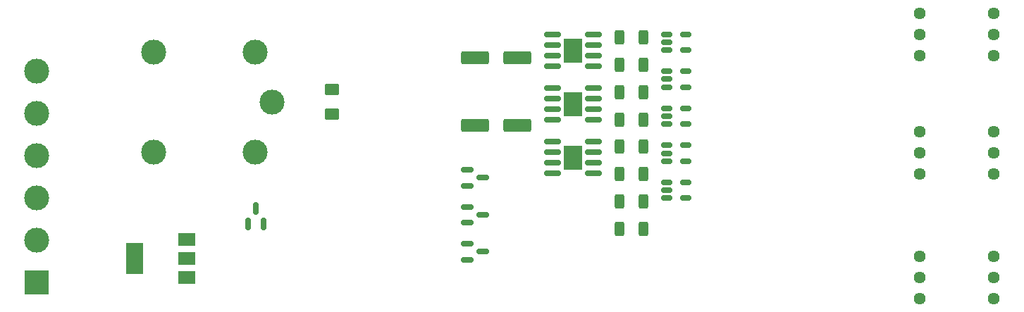
<source format=gbr>
%TF.GenerationSoftware,KiCad,Pcbnew,7.0.10*%
%TF.CreationDate,2024-04-03T19:17:27+05:30*%
%TF.ProjectId,BSPD,42535044-2e6b-4696-9361-645f70636258,rev?*%
%TF.SameCoordinates,Original*%
%TF.FileFunction,Soldermask,Top*%
%TF.FilePolarity,Negative*%
%FSLAX46Y46*%
G04 Gerber Fmt 4.6, Leading zero omitted, Abs format (unit mm)*
G04 Created by KiCad (PCBNEW 7.0.10) date 2024-04-03 19:17:27*
%MOMM*%
%LPD*%
G01*
G04 APERTURE LIST*
G04 Aperture macros list*
%AMRoundRect*
0 Rectangle with rounded corners*
0 $1 Rounding radius*
0 $2 $3 $4 $5 $6 $7 $8 $9 X,Y pos of 4 corners*
0 Add a 4 corners polygon primitive as box body*
4,1,4,$2,$3,$4,$5,$6,$7,$8,$9,$2,$3,0*
0 Add four circle primitives for the rounded corners*
1,1,$1+$1,$2,$3*
1,1,$1+$1,$4,$5*
1,1,$1+$1,$6,$7*
1,1,$1+$1,$8,$9*
0 Add four rect primitives between the rounded corners*
20,1,$1+$1,$2,$3,$4,$5,0*
20,1,$1+$1,$4,$5,$6,$7,0*
20,1,$1+$1,$6,$7,$8,$9,0*
20,1,$1+$1,$8,$9,$2,$3,0*%
G04 Aperture macros list end*
%ADD10RoundRect,0.150000X-0.512500X-0.150000X0.512500X-0.150000X0.512500X0.150000X-0.512500X0.150000X0*%
%ADD11RoundRect,0.150000X-0.825000X-0.150000X0.825000X-0.150000X0.825000X0.150000X-0.825000X0.150000X0*%
%ADD12R,2.290000X3.000000*%
%ADD13RoundRect,0.250000X-0.312500X-0.625000X0.312500X-0.625000X0.312500X0.625000X-0.312500X0.625000X0*%
%ADD14RoundRect,0.150000X-0.587500X-0.150000X0.587500X-0.150000X0.587500X0.150000X-0.587500X0.150000X0*%
%ADD15RoundRect,0.250000X-1.412500X-0.550000X1.412500X-0.550000X1.412500X0.550000X-1.412500X0.550000X0*%
%ADD16RoundRect,0.150000X0.150000X-0.587500X0.150000X0.587500X-0.150000X0.587500X-0.150000X-0.587500X0*%
%ADD17R,2.000000X1.500000*%
%ADD18R,2.000000X3.800000*%
%ADD19C,1.440000*%
%ADD20C,3.000000*%
%ADD21RoundRect,0.250001X-0.624999X0.462499X-0.624999X-0.462499X0.624999X-0.462499X0.624999X0.462499X0*%
%ADD22R,3.000000X3.000000*%
G04 APERTURE END LIST*
D10*
%TO.C,U11*%
X95346500Y-58422000D03*
X95346500Y-59372000D03*
X95346500Y-60322000D03*
X97621500Y-60322000D03*
X97621500Y-58422000D03*
%TD*%
%TO.C,U9*%
X95346500Y-53972000D03*
X95346500Y-54922000D03*
X95346500Y-55872000D03*
X97621500Y-55872000D03*
X97621500Y-53972000D03*
%TD*%
%TO.C,U8*%
X95346500Y-49522000D03*
X95346500Y-50472000D03*
X95346500Y-51422000D03*
X97621500Y-51422000D03*
X97621500Y-49522000D03*
%TD*%
%TO.C,U7*%
X95346500Y-45072000D03*
X95346500Y-46022000D03*
X95346500Y-46972000D03*
X97621500Y-46972000D03*
X97621500Y-45072000D03*
%TD*%
%TO.C,U4*%
X95346500Y-40622000D03*
X95346500Y-41572000D03*
X95346500Y-42522000D03*
X97621500Y-42522000D03*
X97621500Y-40622000D03*
%TD*%
D11*
%TO.C,U3*%
X81599000Y-53567000D03*
X81599000Y-54837000D03*
X81599000Y-56107000D03*
X81599000Y-57377000D03*
X86549000Y-57377000D03*
X86549000Y-56107000D03*
X86549000Y-54837000D03*
X86549000Y-53567000D03*
D12*
X84074000Y-55472000D03*
%TD*%
D11*
%TO.C,U2*%
X81599000Y-47117000D03*
X81599000Y-48387000D03*
X81599000Y-49657000D03*
X81599000Y-50927000D03*
X86549000Y-50927000D03*
X86549000Y-49657000D03*
X86549000Y-48387000D03*
X86549000Y-47117000D03*
D12*
X84074000Y-49022000D03*
%TD*%
D11*
%TO.C,U1*%
X81599000Y-40667000D03*
X81599000Y-41937000D03*
X81599000Y-43207000D03*
X81599000Y-44477000D03*
X86549000Y-44477000D03*
X86549000Y-43207000D03*
X86549000Y-41937000D03*
X86549000Y-40667000D03*
D12*
X84074000Y-42572000D03*
%TD*%
D13*
%TO.C,R8*%
X89641500Y-64022000D03*
X92566500Y-64022000D03*
%TD*%
%TO.C,R7*%
X89641500Y-60732000D03*
X92566500Y-60732000D03*
%TD*%
%TO.C,R6*%
X89641500Y-57442000D03*
X92566500Y-57442000D03*
%TD*%
%TO.C,R5*%
X89641500Y-54152000D03*
X92566500Y-54152000D03*
%TD*%
%TO.C,R4*%
X89641500Y-50862000D03*
X92566500Y-50862000D03*
%TD*%
%TO.C,R3*%
X89641500Y-47572000D03*
X92566500Y-47572000D03*
%TD*%
%TO.C,R2*%
X89641500Y-44282000D03*
X92566500Y-44282000D03*
%TD*%
%TO.C,R1*%
X89641500Y-40992000D03*
X92566500Y-40992000D03*
%TD*%
D14*
%TO.C,Q4*%
X71406500Y-65822000D03*
X71406500Y-67722000D03*
X73281500Y-66772000D03*
%TD*%
%TO.C,Q3*%
X71406500Y-61372000D03*
X71406500Y-63272000D03*
X73281500Y-62322000D03*
%TD*%
%TO.C,Q2*%
X71406500Y-56922000D03*
X71406500Y-58822000D03*
X73281500Y-57872000D03*
%TD*%
D15*
%TO.C,C2*%
X72336500Y-51572000D03*
X77411500Y-51572000D03*
%TD*%
%TO.C,C1*%
X72336500Y-43422000D03*
X77411500Y-43422000D03*
%TD*%
D16*
%TO.C,Q1*%
X45024000Y-63421500D03*
X46924000Y-63421500D03*
X45974000Y-61546500D03*
%TD*%
D17*
%TO.C,U10*%
X37694000Y-69864000D03*
X37694000Y-67564000D03*
X37694000Y-65264000D03*
D18*
X31394000Y-67564000D03*
%TD*%
D19*
%TO.C,RV6*%
X125730000Y-43190000D03*
X125730000Y-40650000D03*
X125730000Y-38110000D03*
%TD*%
%TO.C,RV5*%
X134620000Y-43180000D03*
X134620000Y-40640000D03*
X134620000Y-38100000D03*
%TD*%
D20*
%TO.C,K3*%
X47928000Y-48768000D03*
X33728000Y-54768000D03*
X33728000Y-42768000D03*
X45928000Y-42768000D03*
X45928000Y-54768000D03*
%TD*%
D21*
%TO.C,D1*%
X55118000Y-50255500D03*
X55118000Y-47280500D03*
%TD*%
D19*
%TO.C,brake_upper_trig1*%
X125730000Y-67320000D03*
X125730000Y-69860000D03*
X125730000Y-72400000D03*
%TD*%
%TO.C,brake_lower_trigger1*%
X134620000Y-72390000D03*
X134620000Y-69850000D03*
X134620000Y-67310000D03*
%TD*%
%TO.C,acc_upper_trig1*%
X125730000Y-57414000D03*
X125730000Y-54874000D03*
X125730000Y-52334000D03*
%TD*%
%TO.C,acc_lower_trig1*%
X134620000Y-57414000D03*
X134620000Y-54874000D03*
X134620000Y-52334000D03*
%TD*%
D22*
%TO.C,J1*%
X19685000Y-70485000D03*
D20*
X19685000Y-65405000D03*
X19685000Y-60325000D03*
X19685000Y-55245000D03*
X19685000Y-50165000D03*
X19685000Y-45085000D03*
%TD*%
M02*

</source>
